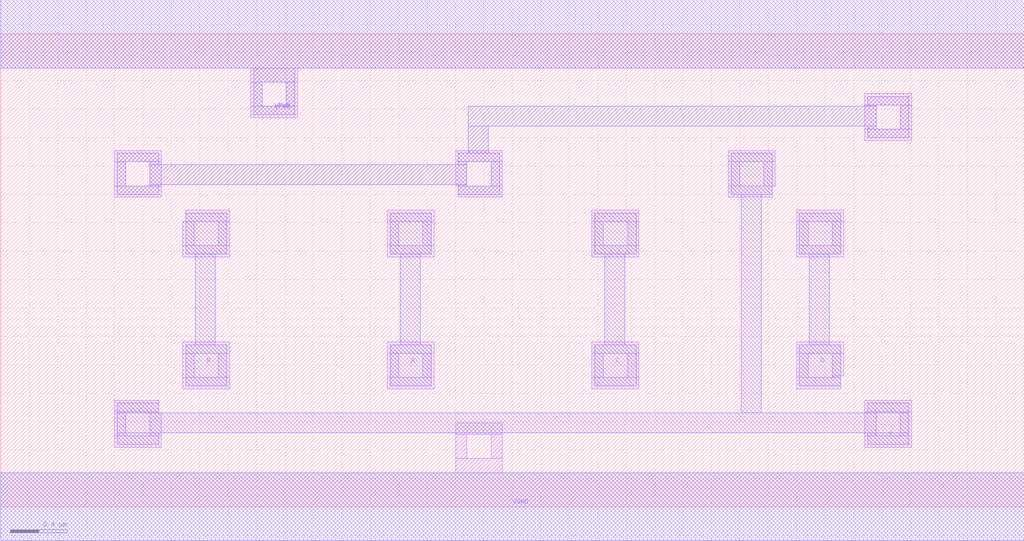
<source format=lef>
VERSION 5.7 ;
  NOWIREEXTENSIONATPIN ON ;
  DIVIDERCHAR "/" ;
  BUSBITCHARS "[]" ;
MACRO AOI22X1
  CLASS CORE ;
  FOREIGN AOI22X1 ;
  ORIGIN 0.000 0.000 ;
  SIZE 7.200 BY 3.330 ;
  SYMMETRY X Y R90 ;
  SITE unit ;
  PIN VPWR
    DIRECTION INOUT ;
    USE POWER ;
    SHAPE ABUTMENT ;
    PORT
      LAYER met1 ;
        RECT 0.000 3.090 7.200 3.570 ;
        RECT 1.780 2.990 2.070 3.090 ;
        RECT 1.780 2.820 1.840 2.990 ;
        RECT 2.010 2.820 2.070 2.990 ;
        RECT 1.780 2.760 2.070 2.820 ;
    END
    PORT
      LAYER li1 ;
        RECT 0.000 3.090 7.200 3.570 ;
        RECT 1.760 2.990 2.090 3.090 ;
        RECT 1.760 2.820 1.840 2.990 ;
        RECT 2.010 2.820 2.090 2.990 ;
        RECT 1.760 2.740 2.090 2.820 ;
    END
  END VPWR
  PIN VGND
    DIRECTION INOUT ;
    USE GROUND ;
    SHAPE ABUTMENT ;
    PORT
      LAYER met1 ;
        RECT 0.000 -0.240 7.200 0.240 ;
    END
    PORT
      LAYER li1 ;
        RECT 3.200 0.510 3.530 0.590 ;
        RECT 3.200 0.340 3.280 0.510 ;
        RECT 3.450 0.340 3.530 0.510 ;
        RECT 3.200 0.240 3.530 0.340 ;
        RECT 0.000 -0.240 7.200 0.240 ;
    END
  END VGND
  PIN Y
    DIRECTION INOUT ;
    USE SIGNAL ;
    SHAPE ABUTMENT ;
    PORT
      LAYER met1 ;
        RECT 5.140 2.200 5.430 2.490 ;
        RECT 0.820 0.660 1.110 0.730 ;
        RECT 5.210 0.660 5.350 2.200 ;
        RECT 6.100 0.660 6.390 0.730 ;
        RECT 0.820 0.520 6.390 0.660 ;
        RECT 0.820 0.440 1.110 0.520 ;
        RECT 6.100 0.440 6.390 0.520 ;
    END
  END Y
  PIN D
    DIRECTION INOUT ;
    USE SIGNAL ;
    SHAPE ABUTMENT ;
    PORT
      LAYER met1 ;
        RECT 5.620 1.780 5.910 2.070 ;
        RECT 5.690 1.140 5.830 1.780 ;
        RECT 5.620 0.850 5.910 1.140 ;
    END
  END D
  PIN B
    DIRECTION INOUT ;
    USE SIGNAL ;
    SHAPE ABUTMENT ;
    PORT
      LAYER met1 ;
        RECT 1.300 1.780 1.590 2.070 ;
        RECT 1.370 1.140 1.510 1.780 ;
        RECT 1.300 0.850 1.590 1.140 ;
    END
  END B
  PIN C
    DIRECTION INOUT ;
    USE SIGNAL ;
    SHAPE ABUTMENT ;
    PORT
      LAYER met1 ;
        RECT 4.180 1.780 4.470 2.070 ;
        RECT 4.250 1.140 4.390 1.780 ;
        RECT 4.180 0.850 4.470 1.140 ;
    END
  END C
  PIN A
    DIRECTION INOUT ;
    USE SIGNAL ;
    SHAPE ABUTMENT ;
    PORT
      LAYER met1 ;
        RECT 2.740 1.780 3.030 2.070 ;
        RECT 2.810 1.140 2.950 1.780 ;
        RECT 2.740 0.850 3.030 1.140 ;
    END
  END A
  OBS
      LAYER li1 ;
        RECT 6.080 2.830 6.410 2.910 ;
        RECT 6.080 2.660 6.160 2.830 ;
        RECT 6.330 2.660 6.410 2.830 ;
        RECT 6.080 2.580 6.410 2.660 ;
        RECT 0.800 2.430 1.130 2.510 ;
        RECT 0.800 2.260 0.880 2.430 ;
        RECT 1.050 2.260 1.130 2.430 ;
        RECT 3.200 2.430 3.530 2.510 ;
        RECT 3.200 2.260 3.280 2.430 ;
        RECT 3.450 2.260 3.530 2.430 ;
        RECT 0.800 2.180 1.130 2.260 ;
        RECT 3.220 2.180 3.530 2.260 ;
        RECT 5.120 2.430 5.450 2.510 ;
        RECT 5.120 2.260 5.200 2.430 ;
        RECT 5.370 2.260 5.450 2.430 ;
        RECT 5.120 2.180 5.430 2.260 ;
        RECT 1.300 2.010 1.610 2.090 ;
        RECT 1.280 1.840 1.360 2.010 ;
        RECT 1.530 1.840 1.610 2.010 ;
        RECT 1.280 1.760 1.610 1.840 ;
        RECT 2.720 2.010 3.050 2.090 ;
        RECT 2.720 1.840 2.800 2.010 ;
        RECT 2.970 1.840 3.050 2.010 ;
        RECT 2.720 1.760 3.050 1.840 ;
        RECT 4.160 2.010 4.490 2.090 ;
        RECT 4.160 1.840 4.240 2.010 ;
        RECT 4.410 1.840 4.490 2.010 ;
        RECT 4.160 1.760 4.490 1.840 ;
        RECT 5.600 2.010 5.930 2.090 ;
        RECT 5.600 1.840 5.680 2.010 ;
        RECT 5.850 1.840 5.930 2.010 ;
        RECT 5.600 1.760 5.930 1.840 ;
        RECT 1.280 1.080 1.610 1.160 ;
        RECT 1.280 0.910 1.360 1.080 ;
        RECT 1.530 0.910 1.610 1.080 ;
        RECT 1.280 0.830 1.610 0.910 ;
        RECT 2.720 1.080 3.050 1.160 ;
        RECT 2.720 0.910 2.800 1.080 ;
        RECT 2.970 0.910 3.050 1.080 ;
        RECT 2.720 0.830 3.050 0.910 ;
        RECT 4.160 1.080 4.490 1.160 ;
        RECT 4.160 0.910 4.240 1.080 ;
        RECT 4.410 0.910 4.490 1.080 ;
        RECT 4.160 0.830 4.490 0.910 ;
        RECT 5.600 1.080 5.930 1.160 ;
        RECT 5.600 0.910 5.680 1.080 ;
        RECT 5.850 0.920 5.930 1.080 ;
        RECT 5.850 0.910 5.910 0.920 ;
        RECT 5.600 0.830 5.910 0.910 ;
        RECT 0.800 0.670 1.110 0.750 ;
        RECT 0.800 0.500 0.880 0.670 ;
        RECT 1.050 0.660 1.110 0.670 ;
        RECT 6.080 0.670 6.410 0.750 ;
        RECT 1.050 0.500 1.130 0.660 ;
        RECT 0.800 0.420 1.130 0.500 ;
        RECT 6.080 0.500 6.160 0.670 ;
        RECT 6.330 0.500 6.410 0.670 ;
        RECT 6.080 0.420 6.410 0.500 ;
      LAYER met1 ;
        RECT 6.100 2.830 6.390 2.890 ;
        RECT 6.100 2.820 6.160 2.830 ;
        RECT 3.290 2.680 6.160 2.820 ;
        RECT 3.290 2.490 3.430 2.680 ;
        RECT 6.100 2.660 6.160 2.680 ;
        RECT 6.330 2.660 6.390 2.830 ;
        RECT 6.100 2.600 6.390 2.660 ;
        RECT 0.820 2.430 1.110 2.490 ;
        RECT 0.820 2.260 0.880 2.430 ;
        RECT 1.050 2.410 1.110 2.430 ;
        RECT 3.220 2.430 3.510 2.490 ;
        RECT 3.220 2.410 3.280 2.430 ;
        RECT 1.050 2.270 3.280 2.410 ;
        RECT 1.050 2.260 1.110 2.270 ;
        RECT 0.820 2.200 1.110 2.260 ;
        RECT 3.220 2.260 3.280 2.270 ;
        RECT 3.450 2.260 3.510 2.430 ;
        RECT 3.220 2.200 3.510 2.260 ;
  END
END AOI22X1
END LIBRARY


</source>
